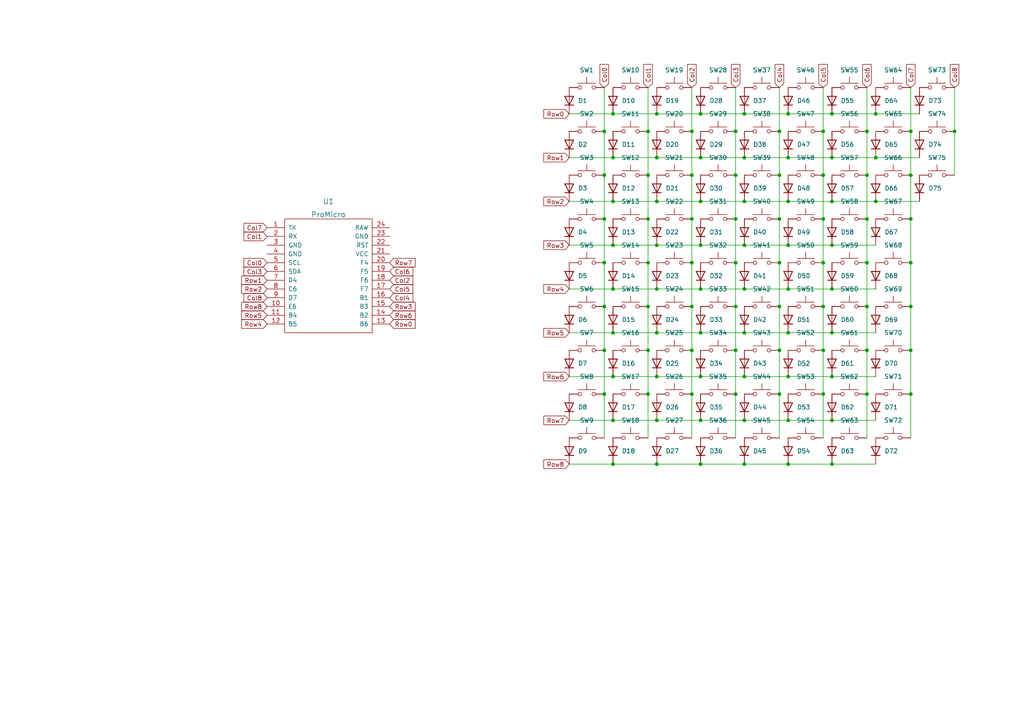
<source format=kicad_sch>
(kicad_sch (version 20211123) (generator eeschema)
  (paper "A4")
  (junction (at 228.6 121.92))
  (junction (at 228.6 134.62))
  (junction (at 226.06 76.2))
  (junction (at 238.76 101.6))
  (junction (at 276.86 38.1))
  (junction (at 203.2 33.02))
  (junction (at 200.66 114.3))
  (junction (at 215.9 121.92))
  (junction (at 238.76 76.2))
  (junction (at 215.9 33.02))
  (junction (at 215.9 83.82))
  (junction (at 213.36 38.1))
  (junction (at 187.96 50.8))
  (junction (at 215.9 134.62))
  (junction (at 238.76 114.3))
  (junction (at 175.26 88.9))
  (junction (at 203.2 134.62))
  (junction (at 226.06 50.8))
  (junction (at 203.2 96.52))
  (junction (at 190.5 83.82))
  (junction (at 251.46 114.3))
  (junction (at 190.5 121.92))
  (junction (at 254 45.72))
  (junction (at 200.66 63.5))
  (junction (at 203.2 83.82))
  (junction (at 238.76 50.8))
  (junction (at 203.2 45.72))
  (junction (at 264.16 76.2))
  (junction (at 177.8 45.72))
  (junction (at 175.26 38.1))
  (junction (at 228.6 58.42))
  (junction (at 238.76 38.1))
  (junction (at 228.6 33.02))
  (junction (at 187.96 114.3))
  (junction (at 177.8 96.52))
  (junction (at 264.16 88.9))
  (junction (at 215.9 58.42))
  (junction (at 200.66 101.6))
  (junction (at 190.5 109.22))
  (junction (at 215.9 71.12))
  (junction (at 264.16 63.5))
  (junction (at 190.5 71.12))
  (junction (at 175.26 101.6))
  (junction (at 177.8 71.12))
  (junction (at 241.3 83.82))
  (junction (at 203.2 58.42))
  (junction (at 187.96 38.1))
  (junction (at 241.3 121.92))
  (junction (at 264.16 114.3))
  (junction (at 177.8 83.82))
  (junction (at 228.6 109.22))
  (junction (at 187.96 76.2))
  (junction (at 190.5 33.02))
  (junction (at 238.76 63.5))
  (junction (at 251.46 101.6))
  (junction (at 241.3 33.02))
  (junction (at 251.46 63.5))
  (junction (at 175.26 76.2))
  (junction (at 251.46 50.8))
  (junction (at 187.96 88.9))
  (junction (at 175.26 50.8))
  (junction (at 213.36 63.5))
  (junction (at 241.3 45.72))
  (junction (at 200.66 88.9))
  (junction (at 226.06 101.6))
  (junction (at 215.9 109.22))
  (junction (at 251.46 38.1))
  (junction (at 187.96 63.5))
  (junction (at 226.06 88.9))
  (junction (at 213.36 76.2))
  (junction (at 241.3 96.52))
  (junction (at 241.3 109.22))
  (junction (at 177.8 33.02))
  (junction (at 213.36 50.8))
  (junction (at 241.3 71.12))
  (junction (at 190.5 45.72))
  (junction (at 228.6 45.72))
  (junction (at 200.66 50.8))
  (junction (at 226.06 38.1))
  (junction (at 177.8 121.92))
  (junction (at 177.8 134.62))
  (junction (at 200.66 38.1))
  (junction (at 213.36 88.9))
  (junction (at 200.66 76.2))
  (junction (at 213.36 101.6))
  (junction (at 190.5 96.52))
  (junction (at 264.16 101.6))
  (junction (at 228.6 96.52))
  (junction (at 264.16 38.1))
  (junction (at 177.8 109.22))
  (junction (at 187.96 101.6))
  (junction (at 215.9 45.72))
  (junction (at 175.26 63.5))
  (junction (at 177.8 58.42))
  (junction (at 251.46 76.2))
  (junction (at 190.5 134.62))
  (junction (at 238.76 88.9))
  (junction (at 190.5 58.42))
  (junction (at 226.06 63.5))
  (junction (at 241.3 134.62))
  (junction (at 228.6 71.12))
  (junction (at 203.2 71.12))
  (junction (at 254 58.42))
  (junction (at 203.2 109.22))
  (junction (at 203.2 121.92))
  (junction (at 264.16 50.8))
  (junction (at 241.3 58.42))
  (junction (at 254 33.02))
  (junction (at 213.36 114.3))
  (junction (at 228.6 83.82))
  (junction (at 251.46 88.9))
  (junction (at 215.9 96.52))
  (junction (at 175.26 114.3))
  (junction (at 226.06 114.3))
  (wire (pts (xy 264.16 88.9) (xy 264.16 101.6)))
  (wire (pts (xy 187.96 50.8) (xy 187.96 63.5)))
  (wire (pts (xy 187.96 114.3) (xy 187.96 127)))
  (wire (pts (xy 177.8 45.72) (xy 190.5 45.72)))
  (wire (pts (xy 213.36 101.6) (xy 213.36 114.3)))
  (wire (pts (xy 238.76 76.2) (xy 238.76 88.9)))
  (wire (pts (xy 203.2 33.02) (xy 215.9 33.02)))
  (wire (pts (xy 177.8 96.52) (xy 190.5 96.52)))
  (wire (pts (xy 241.3 134.62) (xy 254 134.62)))
  (wire (pts (xy 203.2 121.92) (xy 215.9 121.92)))
  (wire (pts (xy 165.1 33.02) (xy 177.8 33.02)))
  (wire (pts (xy 175.26 101.6) (xy 175.26 114.3)))
  (wire (pts (xy 238.76 88.9) (xy 238.76 101.6)))
  (wire (pts (xy 215.9 121.92) (xy 228.6 121.92)))
  (wire (pts (xy 228.6 45.72) (xy 241.3 45.72)))
  (wire (pts (xy 175.26 114.3) (xy 175.26 127)))
  (wire (pts (xy 215.9 45.72) (xy 228.6 45.72)))
  (wire (pts (xy 238.76 25.4) (xy 238.76 38.1)))
  (wire (pts (xy 226.06 38.1) (xy 226.06 50.8)))
  (wire (pts (xy 177.8 109.22) (xy 190.5 109.22)))
  (wire (pts (xy 200.66 76.2) (xy 200.66 88.9)))
  (wire (pts (xy 228.6 58.42) (xy 241.3 58.42)))
  (wire (pts (xy 177.8 121.92) (xy 190.5 121.92)))
  (wire (pts (xy 213.36 50.8) (xy 213.36 63.5)))
  (wire (pts (xy 276.86 38.1) (xy 276.86 50.8)))
  (wire (pts (xy 241.3 33.02) (xy 254 33.02)))
  (wire (pts (xy 165.1 58.42) (xy 177.8 58.42)))
  (wire (pts (xy 215.9 96.52) (xy 228.6 96.52)))
  (wire (pts (xy 200.66 38.1) (xy 200.66 50.8)))
  (wire (pts (xy 276.86 25.4) (xy 276.86 38.1)))
  (wire (pts (xy 264.16 25.4) (xy 264.16 38.1)))
  (wire (pts (xy 251.46 76.2) (xy 251.46 88.9)))
  (wire (pts (xy 238.76 50.8) (xy 238.76 63.5)))
  (wire (pts (xy 254 33.02) (xy 266.7 33.02)))
  (wire (pts (xy 215.9 33.02) (xy 228.6 33.02)))
  (wire (pts (xy 241.3 96.52) (xy 254 96.52)))
  (wire (pts (xy 215.9 71.12) (xy 228.6 71.12)))
  (wire (pts (xy 177.8 83.82) (xy 190.5 83.82)))
  (wire (pts (xy 190.5 121.92) (xy 203.2 121.92)))
  (wire (pts (xy 238.76 38.1) (xy 238.76 50.8)))
  (wire (pts (xy 200.66 101.6) (xy 200.66 114.3)))
  (wire (pts (xy 190.5 109.22) (xy 203.2 109.22)))
  (wire (pts (xy 187.96 76.2) (xy 187.96 88.9)))
  (wire (pts (xy 226.06 25.4) (xy 226.06 38.1)))
  (wire (pts (xy 226.06 76.2) (xy 226.06 88.9)))
  (wire (pts (xy 165.1 121.92) (xy 177.8 121.92)))
  (wire (pts (xy 228.6 71.12) (xy 241.3 71.12)))
  (wire (pts (xy 264.16 38.1) (xy 264.16 50.8)))
  (wire (pts (xy 228.6 83.82) (xy 241.3 83.82)))
  (wire (pts (xy 187.96 25.4) (xy 187.96 38.1)))
  (wire (pts (xy 187.96 63.5) (xy 187.96 76.2)))
  (wire (pts (xy 165.1 71.12) (xy 177.8 71.12)))
  (wire (pts (xy 238.76 101.6) (xy 238.76 114.3)))
  (wire (pts (xy 190.5 71.12) (xy 203.2 71.12)))
  (wire (pts (xy 200.66 88.9) (xy 200.66 101.6)))
  (wire (pts (xy 251.46 114.3) (xy 251.46 127)))
  (wire (pts (xy 241.3 71.12) (xy 254 71.12)))
  (wire (pts (xy 215.9 109.22) (xy 228.6 109.22)))
  (wire (pts (xy 190.5 45.72) (xy 203.2 45.72)))
  (wire (pts (xy 215.9 58.42) (xy 228.6 58.42)))
  (wire (pts (xy 226.06 114.3) (xy 226.06 127)))
  (wire (pts (xy 175.26 88.9) (xy 175.26 101.6)))
  (wire (pts (xy 254 45.72) (xy 266.7 45.72)))
  (wire (pts (xy 175.26 63.5) (xy 175.26 76.2)))
  (wire (pts (xy 241.3 121.92) (xy 254 121.92)))
  (wire (pts (xy 177.8 33.02) (xy 190.5 33.02)))
  (wire (pts (xy 264.16 76.2) (xy 264.16 88.9)))
  (wire (pts (xy 175.26 38.1) (xy 175.26 50.8)))
  (wire (pts (xy 251.46 88.9) (xy 251.46 101.6)))
  (wire (pts (xy 200.66 25.4) (xy 200.66 38.1)))
  (wire (pts (xy 187.96 88.9) (xy 187.96 101.6)))
  (wire (pts (xy 226.06 50.8) (xy 226.06 63.5)))
  (wire (pts (xy 165.1 134.62) (xy 177.8 134.62)))
  (wire (pts (xy 213.36 114.3) (xy 213.36 127)))
  (wire (pts (xy 215.9 134.62) (xy 228.6 134.62)))
  (wire (pts (xy 200.66 63.5) (xy 200.66 76.2)))
  (wire (pts (xy 241.3 58.42) (xy 254 58.42)))
  (wire (pts (xy 175.26 25.4) (xy 175.26 38.1)))
  (wire (pts (xy 190.5 58.42) (xy 203.2 58.42)))
  (wire (pts (xy 165.1 45.72) (xy 177.8 45.72)))
  (wire (pts (xy 241.3 45.72) (xy 254 45.72)))
  (wire (pts (xy 187.96 101.6) (xy 187.96 114.3)))
  (wire (pts (xy 215.9 83.82) (xy 228.6 83.82)))
  (wire (pts (xy 165.1 83.82) (xy 177.8 83.82)))
  (wire (pts (xy 228.6 109.22) (xy 241.3 109.22)))
  (wire (pts (xy 213.36 88.9) (xy 213.36 101.6)))
  (wire (pts (xy 226.06 63.5) (xy 226.06 76.2)))
  (wire (pts (xy 203.2 45.72) (xy 215.9 45.72)))
  (wire (pts (xy 264.16 50.8) (xy 264.16 63.5)))
  (wire (pts (xy 238.76 63.5) (xy 238.76 76.2)))
  (wire (pts (xy 203.2 134.62) (xy 215.9 134.62)))
  (wire (pts (xy 175.26 50.8) (xy 175.26 63.5)))
  (wire (pts (xy 251.46 38.1) (xy 251.46 50.8)))
  (wire (pts (xy 203.2 71.12) (xy 215.9 71.12)))
  (wire (pts (xy 228.6 134.62) (xy 241.3 134.62)))
  (wire (pts (xy 251.46 50.8) (xy 251.46 63.5)))
  (wire (pts (xy 203.2 83.82) (xy 215.9 83.82)))
  (wire (pts (xy 241.3 83.82) (xy 254 83.82)))
  (wire (pts (xy 165.1 109.22) (xy 177.8 109.22)))
  (wire (pts (xy 213.36 63.5) (xy 213.36 76.2)))
  (wire (pts (xy 200.66 114.3) (xy 200.66 127)))
  (wire (pts (xy 264.16 63.5) (xy 264.16 76.2)))
  (wire (pts (xy 190.5 33.02) (xy 203.2 33.02)))
  (wire (pts (xy 177.8 71.12) (xy 190.5 71.12)))
  (wire (pts (xy 226.06 88.9) (xy 226.06 101.6)))
  (wire (pts (xy 226.06 101.6) (xy 226.06 114.3)))
  (wire (pts (xy 254 58.42) (xy 266.7 58.42)))
  (wire (pts (xy 187.96 38.1) (xy 187.96 50.8)))
  (wire (pts (xy 190.5 83.82) (xy 203.2 83.82)))
  (wire (pts (xy 264.16 101.6) (xy 264.16 114.3)))
  (wire (pts (xy 177.8 134.62) (xy 190.5 134.62)))
  (wire (pts (xy 177.8 58.42) (xy 190.5 58.42)))
  (wire (pts (xy 203.2 109.22) (xy 215.9 109.22)))
  (wire (pts (xy 251.46 63.5) (xy 251.46 76.2)))
  (wire (pts (xy 190.5 96.52) (xy 203.2 96.52)))
  (wire (pts (xy 213.36 38.1) (xy 213.36 50.8)))
  (wire (pts (xy 264.16 114.3) (xy 264.16 127)))
  (wire (pts (xy 203.2 58.42) (xy 215.9 58.42)))
  (wire (pts (xy 228.6 33.02) (xy 241.3 33.02)))
  (wire (pts (xy 251.46 101.6) (xy 251.46 114.3)))
  (wire (pts (xy 200.66 50.8) (xy 200.66 63.5)))
  (wire (pts (xy 175.26 76.2) (xy 175.26 88.9)))
  (wire (pts (xy 190.5 134.62) (xy 203.2 134.62)))
  (wire (pts (xy 165.1 96.52) (xy 177.8 96.52)))
  (wire (pts (xy 203.2 96.52) (xy 215.9 96.52)))
  (wire (pts (xy 251.46 25.4) (xy 251.46 38.1)))
  (wire (pts (xy 228.6 121.92) (xy 241.3 121.92)))
  (wire (pts (xy 241.3 109.22) (xy 254 109.22)))
  (wire (pts (xy 213.36 25.4) (xy 213.36 38.1)))
  (wire (pts (xy 213.36 76.2) (xy 213.36 88.9)))
  (wire (pts (xy 228.6 96.52) (xy 241.3 96.52)))
  (wire (pts (xy 238.76 114.3) (xy 238.76 127)))
  (global_label "Col7" (shape input) (at 77.47 66.04 180) (property "Intersheet References" "${INTERSHEET_REFS}" (effects hide)))
  (global_label "Row4" (shape input) (at 77.47 93.98 180) (property "Intersheet References" "${INTERSHEET_REFS}" (effects hide)))
  (global_label "Row1" (shape input) (at 77.47 81.28 180) (property "Intersheet References" "${INTERSHEET_REFS}" (effects hide)))
  (global_label "Row7" (shape input) (at 165.1 121.92 180) (property "Intersheet References" "${INTERSHEET_REFS}" (effects hide)))
  (global_label "Row4" (shape input) (at 165.1 83.82 180) (property "Intersheet References" "${INTERSHEET_REFS}" (effects hide)))
  (global_label "Col2" (shape input) (at 200.66 25.4 90) (property "Intersheet References" "${INTERSHEET_REFS}" (effects hide)))
  (global_label "Row3" (shape input) (at 113.03 88.9 0) (property "Intersheet References" "${INTERSHEET_REFS}" (effects hide)))
  (global_label "Row5" (shape input) (at 165.1 96.52 180) (property "Intersheet References" "${INTERSHEET_REFS}" (effects hide)))
  (global_label "Col1" (shape input) (at 187.96 25.4 90) (property "Intersheet References" "${INTERSHEET_REFS}" (effects hide)))
  (global_label "Col5" (shape input) (at 238.76 25.4 90) (property "Intersheet References" "${INTERSHEET_REFS}" (effects hide)))
  (global_label "Col8" (shape input) (at 77.47 86.36 180) (property "Intersheet References" "${INTERSHEET_REFS}" (effects hide)))
  (global_label "Row8" (shape input) (at 77.47 88.9 180) (property "Intersheet References" "${INTERSHEET_REFS}" (effects hide)))
  (global_label "Row6" (shape input) (at 165.1 109.22 180) (property "Intersheet References" "${INTERSHEET_REFS}" (effects hide)))
  (global_label "Col1" (shape input) (at 77.47 68.58 180) (property "Intersheet References" "${INTERSHEET_REFS}" (effects hide)))
  (global_label "Col2" (shape input) (at 113.03 81.28 0) (property "Intersheet References" "${INTERSHEET_REFS}" (effects hide)))
  (global_label "Row2" (shape input) (at 165.1 58.42 180) (property "Intersheet References" "${INTERSHEET_REFS}" (effects hide)))
  (global_label "Row3" (shape input) (at 165.1 71.12 180) (property "Intersheet References" "${INTERSHEET_REFS}" (effects hide)))
  (global_label "Row8" (shape input) (at 165.1 134.62 180) (property "Intersheet References" "${INTERSHEET_REFS}" (effects hide)))
  (global_label "Col5" (shape input) (at 113.03 83.82 0) (property "Intersheet References" "${INTERSHEET_REFS}" (effects hide)))
  (global_label "Col3" (shape input) (at 213.36 25.4 90) (property "Intersheet References" "${INTERSHEET_REFS}" (effects hide)))
  (global_label "Row5" (shape input) (at 77.47 91.44 180) (property "Intersheet References" "${INTERSHEET_REFS}" (effects hide)))
  (global_label "Col4" (shape input) (at 113.03 86.36 0) (property "Intersheet References" "${INTERSHEET_REFS}" (effects hide)))
  (global_label "Col0" (shape input) (at 77.47 76.2 180) (property "Intersheet References" "${INTERSHEET_REFS}" (effects hide)))
  (global_label "Col8" (shape input) (at 276.86 25.4 90) (property "Intersheet References" "${INTERSHEET_REFS}" (effects hide)))
  (global_label "Col6" (shape input) (at 251.46 25.4 90) (property "Intersheet References" "${INTERSHEET_REFS}" (effects hide)))
  (global_label "Col6" (shape input) (at 113.03 78.74 0) (property "Intersheet References" "${INTERSHEET_REFS}" (effects hide)))
  (global_label "Col3" (shape input) (at 77.47 78.74 180) (property "Intersheet References" "${INTERSHEET_REFS}" (effects hide)))
  (global_label "Row6" (shape input) (at 113.03 91.44 0) (property "Intersheet References" "${INTERSHEET_REFS}" (effects hide)))
  (global_label "Col4" (shape input) (at 226.06 25.4 90) (property "Intersheet References" "${INTERSHEET_REFS}" (effects hide)))
  (global_label "Col7" (shape input) (at 264.16 25.4 90) (property "Intersheet References" "${INTERSHEET_REFS}" (effects hide)))
  (global_label "Row0" (shape input) (at 113.03 93.98 0) (property "Intersheet References" "${INTERSHEET_REFS}" (effects hide)))
  (global_label "Row7" (shape input) (at 113.03 76.2 0) (property "Intersheet References" "${INTERSHEET_REFS}" (effects hide)))
  (global_label "Col0" (shape input) (at 175.26 25.4 90) (property "Intersheet References" "${INTERSHEET_REFS}" (effects hide)))
  (global_label "Row1" (shape input) (at 165.1 45.72 180) (property "Intersheet References" "${INTERSHEET_REFS}" (effects hide)))
  (global_label "Row0" (shape input) (at 165.1 33.02 180) (property "Intersheet References" "${INTERSHEET_REFS}" (effects hide)))
  (global_label "Row2" (shape input) (at 77.47 83.82 180) (property "Intersheet References" "${INTERSHEET_REFS}" (effects hide)))
  (symbol (lib_id "Diode:1N4148W") (at 165.1 105.41 90) (unit 1)
    (property "Reference" "D7" (at 167.64 105.4099 90) (effects (justify right)))
    (property "Value" "1N4148W" (effects hide))
    (property "Footprint" "Diode_SMD:D_SOD-123" (effects hide))
    (property "Datasheet" "https://www.vishay.com/docs/85748/1n4148w.pdf" (effects hide))
    (property "JLC" "C81598" (effects hide))
    (property "LCSC" "C81598" (effects hide))
  )
  (symbol (lib_id "Diode:1N4148W") (at 203.2 67.31 90) (unit 1)
    (property "Reference" "D31" (at 205.74 67.3099 90) (effects (justify right)))
    (property "Value" "1N4148W" (effects hide))
    (property "Footprint" "Diode_SMD:D_SOD-123" (effects hide))
    (property "Datasheet" "https://www.vishay.com/docs/85748/1n4148w.pdf" (effects hide))
    (property "JLC" "C81598" (effects hide))
    (property "LCSC" "C81598" (effects hide))
  )
  (symbol (lib_id "Diode:1N4148W") (at 215.9 92.71 90) (unit 1)
    (property "Reference" "D42" (at 218.44 92.7099 90) (effects (justify right)))
    (property "Value" "1N4148W" (effects hide))
    (property "Footprint" "Diode_SMD:D_SOD-123" (effects hide))
    (property "Datasheet" "https://www.vishay.com/docs/85748/1n4148w.pdf" (effects hide))
    (property "JLC" "C81598" (effects hide))
    (property "LCSC" "C81598" (effects hide))
  )
  (symbol (lib_id "Switch:SW_Push") (at 271.78 50.8 0) (unit 1)
    (property "Reference" "SW75" (at 271.78 45.72 0))
    (property "Value" "SW_Push" (effects hide))
    (property "Footprint" "Keebio-Parts:MX-Alps-Choc-1U-NoLED" (effects hide))
  )
  (symbol (lib_id "Diode:1N4148W") (at 254 130.81 90) (unit 1)
    (property "Reference" "D72" (at 256.54 130.8099 90) (effects (justify right)))
    (property "Value" "1N4148W" (effects hide))
    (property "Footprint" "Diode_SMD:D_SOD-123" (effects hide))
    (property "Datasheet" "https://www.vishay.com/docs/85748/1n4148w.pdf" (effects hide))
    (property "JLC" "C81598" (effects hide))
    (property "LCSC" "C81598" (effects hide))
  )
  (symbol (lib_id "Switch:SW_Push") (at 220.98 101.6 0) (unit 1)
    (property "Reference" "SW43" (at 220.98 96.52 0))
    (property "Value" "SW_Push" (effects hide))
    (property "Footprint" "Keebio-Parts:MX-Alps-Choc-1U-NoLED" (effects hide))
  )
  (symbol (lib_id "Switch:SW_Push") (at 233.68 25.4 0) (unit 1)
    (property "Reference" "SW46" (at 233.68 20.32 0))
    (property "Value" "SW_Push" (effects hide))
    (property "Footprint" "Keebio-Parts:MX-Alps-Choc-1U-NoLED" (effects hide))
  )
  (symbol (lib_id "Diode:1N4148W") (at 215.9 130.81 90) (unit 1)
    (property "Reference" "D45" (at 218.44 130.8099 90) (effects (justify right)))
    (property "Value" "1N4148W" (effects hide))
    (property "Footprint" "Diode_SMD:D_SOD-123" (effects hide))
    (property "Datasheet" "https://www.vishay.com/docs/85748/1n4148w.pdf" (effects hide))
    (property "JLC" "C81598" (effects hide))
    (property "LCSC" "C81598" (effects hide))
  )
  (symbol (lib_id "Switch:SW_Push") (at 182.88 63.5 0) (unit 1)
    (property "Reference" "SW13" (at 182.88 58.42 0))
    (property "Value" "SW_Push" (effects hide))
    (property "Footprint" "Keebio-Parts:MX-Alps-Choc-1U-NoLED" (effects hide))
  )
  (symbol (lib_id "Diode:1N4148W") (at 165.1 118.11 90) (unit 1)
    (property "Reference" "D8" (at 167.64 118.1099 90) (effects (justify right)))
    (property "Value" "1N4148W" (effects hide))
    (property "Footprint" "Diode_SMD:D_SOD-123" (effects hide))
    (property "Datasheet" "https://www.vishay.com/docs/85748/1n4148w.pdf" (effects hide))
    (property "JLC" "C81598" (effects hide))
    (property "LCSC" "C81598" (effects hide))
  )
  (symbol (lib_id "Switch:SW_Push") (at 195.58 76.2 0) (unit 1)
    (property "Reference" "SW23" (at 195.58 71.12 0))
    (property "Value" "SW_Push" (effects hide))
    (property "Footprint" "Keebio-Parts:MX-Alps-Choc-1U-NoLED" (effects hide))
  )
  (symbol (lib_id "Switch:SW_Push") (at 208.28 25.4 0) (unit 1)
    (property "Reference" "SW28" (at 208.28 20.32 0))
    (property "Value" "SW_Push" (effects hide))
    (property "Footprint" "Keebio-Parts:MX-Alps-Choc-1U-NoLED" (effects hide))
  )
  (symbol (lib_id "Diode:1N4148W") (at 215.9 29.21 90) (unit 1)
    (property "Reference" "D37" (at 218.44 29.2099 90) (effects (justify right)))
    (property "Value" "1N4148W" (effects hide))
    (property "Footprint" "Diode_SMD:D_SOD-123" (effects hide))
    (property "Datasheet" "https://www.vishay.com/docs/85748/1n4148w.pdf" (effects hide))
    (property "JLC" "C81598" (effects hide))
    (property "LCSC" "C81598" (effects hide))
  )
  (symbol (lib_id "Diode:1N4148W") (at 177.8 54.61 90) (unit 1)
    (property "Reference" "D12" (at 180.34 54.6099 90) (effects (justify right)))
    (property "Value" "1N4148W" (effects hide))
    (property "Footprint" "Diode_SMD:D_SOD-123" (effects hide))
    (property "Datasheet" "https://www.vishay.com/docs/85748/1n4148w.pdf" (effects hide))
    (property "JLC" "C81598" (effects hide))
    (property "LCSC" "C81598" (effects hide))
  )
  (symbol (lib_id "Switch:SW_Push") (at 246.38 101.6 0) (unit 1)
    (property "Reference" "SW61" (at 246.38 96.52 0))
    (property "Value" "SW_Push" (effects hide))
    (property "Footprint" "Keebio-Parts:MX-Alps-Choc-1U-NoLED" (effects hide))
  )
  (symbol (lib_id "Diode:1N4148W") (at 228.6 130.81 90) (unit 1)
    (property "Reference" "D54" (at 231.14 130.8099 90) (effects (justify right)))
    (property "Value" "1N4148W" (effects hide))
    (property "Footprint" "Diode_SMD:D_SOD-123" (effects hide))
    (property "Datasheet" "https://www.vishay.com/docs/85748/1n4148w.pdf" (effects hide))
    (property "JLC" "C81598" (effects hide))
    (property "LCSC" "C81598" (effects hide))
  )
  (symbol (lib_id "Switch:SW_Push") (at 233.68 88.9 0) (unit 1)
    (property "Reference" "SW51" (at 233.68 83.82 0))
    (property "Value" "SW_Push" (effects hide))
    (property "Footprint" "Keebio-Parts:MX-Alps-Choc-1U-NoLED" (effects hide))
  )
  (symbol (lib_id "Switch:SW_Push") (at 259.08 50.8 0) (unit 1)
    (property "Reference" "SW66" (at 259.08 45.72 0))
    (property "Value" "SW_Push" (effects hide))
    (property "Footprint" "Keebio-Parts:MX-Alps-Choc-1U-NoLED" (effects hide))
  )
  (symbol (lib_id "Switch:SW_Push") (at 182.88 127 0) (unit 1)
    (property "Reference" "SW18" (at 182.88 121.92 0))
    (property "Value" "SW_Push" (effects hide))
    (property "Footprint" "Keebio-Parts:MX-Alps-Choc-1U-NoLED" (effects hide))
  )
  (symbol (lib_id "Diode:1N4148W") (at 241.3 105.41 90) (unit 1)
    (property "Reference" "D61" (at 243.84 105.4099 90) (effects (justify right)))
    (property "Value" "1N4148W" (effects hide))
    (property "Footprint" "Diode_SMD:D_SOD-123" (effects hide))
    (property "Datasheet" "https://www.vishay.com/docs/85748/1n4148w.pdf" (effects hide))
    (property "JLC" "C81598" (effects hide))
    (property "LCSC" "C81598" (effects hide))
  )
  (symbol (lib_id "Switch:SW_Push") (at 208.28 88.9 0) (unit 1)
    (property "Reference" "SW33" (at 208.28 83.82 0))
    (property "Value" "SW_Push" (effects hide))
    (property "Footprint" "Keebio-Parts:MX-Alps-Choc-1U-NoLED" (effects hide))
  )
  (symbol (lib_id "Switch:SW_Push") (at 195.58 88.9 0) (unit 1)
    (property "Reference" "SW24" (at 195.58 83.82 0))
    (property "Value" "SW_Push" (effects hide))
    (property "Footprint" "Keebio-Parts:MX-Alps-Choc-1U-NoLED" (effects hide))
  )
  (symbol (lib_id "Diode:1N4148W") (at 203.2 54.61 90) (unit 1)
    (property "Reference" "D30" (at 205.74 54.6099 90) (effects (justify right)))
    (property "Value" "1N4148W" (effects hide))
    (property "Footprint" "Diode_SMD:D_SOD-123" (effects hide))
    (property "Datasheet" "https://www.vishay.com/docs/85748/1n4148w.pdf" (effects hide))
    (property "JLC" "C81598" (effects hide))
    (property "LCSC" "C81598" (effects hide))
  )
  (symbol (lib_id "Diode:1N4148W") (at 241.3 67.31 90) (unit 1)
    (property "Reference" "D58" (at 243.84 67.3099 90) (effects (justify right)))
    (property "Value" "1N4148W" (effects hide))
    (property "Footprint" "Diode_SMD:D_SOD-123" (effects hide))
    (property "Datasheet" "https://www.vishay.com/docs/85748/1n4148w.pdf" (effects hide))
    (property "JLC" "C81598" (effects hide))
    (property "LCSC" "C81598" (effects hide))
  )
  (symbol (lib_id "Switch:SW_Push") (at 233.68 127 0) (unit 1)
    (property "Reference" "SW54" (at 233.68 121.92 0))
    (property "Value" "SW_Push" (effects hide))
    (property "Footprint" "Keebio-Parts:MX-Alps-Choc-1U-NoLED" (effects hide))
  )
  (symbol (lib_id "Diode:1N4148W") (at 228.6 29.21 90) (unit 1)
    (property "Reference" "D46" (at 231.14 29.2099 90) (effects (justify right)))
    (property "Value" "1N4148W" (effects hide))
    (property "Footprint" "Diode_SMD:D_SOD-123" (effects hide))
    (property "Datasheet" "https://www.vishay.com/docs/85748/1n4148w.pdf" (effects hide))
    (property "JLC" "C81598" (effects hide))
    (property "LCSC" "C81598" (effects hide))
  )
  (symbol (lib_id "Diode:1N4148W") (at 266.7 29.21 90) (unit 1)
    (property "Reference" "D73" (at 269.24 29.2099 90) (effects (justify right)))
    (property "Value" "1N4148W" (effects hide))
    (property "Footprint" "Diode_SMD:D_SOD-123" (effects hide))
    (property "Datasheet" "https://www.vishay.com/docs/85748/1n4148w.pdf" (effects hide))
    (property "JLC" "C81598" (effects hide))
    (property "LCSC" "C81598" (effects hide))
  )
  (symbol (lib_id "Diode:1N4148W") (at 203.2 80.01 90) (unit 1)
    (property "Reference" "D32" (at 205.74 80.0099 90) (effects (justify right)))
    (property "Value" "1N4148W" (effects hide))
    (property "Footprint" "Diode_SMD:D_SOD-123" (effects hide))
    (property "Datasheet" "https://www.vishay.com/docs/85748/1n4148w.pdf" (effects hide))
    (property "JLC" "C81598" (effects hide))
    (property "LCSC" "C81598" (effects hide))
  )
  (symbol (lib_id "Switch:SW_Push") (at 170.18 63.5 0) (unit 1)
    (property "Reference" "SW4" (at 170.18 58.42 0))
    (property "Value" "SW_Push" (effects hide))
    (property "Footprint" "Keebio-Parts:MX-Alps-Choc-1U-NoLED" (effects hide))
  )
  (symbol (lib_id "Diode:1N4148W") (at 177.8 130.81 90) (unit 1)
    (property "Reference" "D18" (at 180.34 130.8099 90) (effects (justify right)))
    (property "Value" "1N4148W" (effects hide))
    (property "Footprint" "Diode_SMD:D_SOD-123" (effects hide))
    (property "Datasheet" "https://www.vishay.com/docs/85748/1n4148w.pdf" (effects hide))
    (property "JLC" "C81598" (effects hide))
    (property "LCSC" "C81598" (effects hide))
  )
  (symbol (lib_id "Diode:1N4148W") (at 190.5 54.61 90) (unit 1)
    (property "Reference" "D21" (at 193.04 54.6099 90) (effects (justify right)))
    (property "Value" "1N4148W" (effects hide))
    (property "Footprint" "Diode_SMD:D_SOD-123" (effects hide))
    (property "Datasheet" "https://www.vishay.com/docs/85748/1n4148w.pdf" (effects hide))
    (property "JLC" "C81598" (effects hide))
    (property "LCSC" "C81598" (effects hide))
  )
  (symbol (lib_id "Switch:SW_Push") (at 208.28 38.1 0) (unit 1)
    (property "Reference" "SW29" (at 208.28 33.02 0))
    (property "Value" "SW_Push" (effects hide))
    (property "Footprint" "Keebio-Parts:MX-Alps-Choc-1U-NoLED" (effects hide))
  )
  (symbol (lib_id "Switch:SW_Push") (at 170.18 88.9 0) (unit 1)
    (property "Reference" "SW6" (at 170.18 83.82 0))
    (property "Value" "SW_Push" (effects hide))
    (property "Footprint" "Keebio-Parts:MX-Alps-Choc-1U-NoLED" (effects hide))
  )
  (symbol (lib_id "Diode:1N4148W") (at 165.1 29.21 90) (unit 1)
    (property "Reference" "D1" (at 167.64 29.2099 90) (effects (justify right)))
    (property "Value" "1N4148W" (effects hide))
    (property "Footprint" "Diode_SMD:D_SOD-123" (effects hide))
    (property "Datasheet" "https://www.vishay.com/docs/85748/1n4148w.pdf" (effects hide))
    (property "JLC" "C81598" (effects hide))
    (property "LCSC" "C81598" (effects hide))
  )
  (symbol (lib_id "Diode:1N4148W") (at 165.1 54.61 90) (unit 1)
    (property "Reference" "D3" (at 167.64 54.6099 90) (effects (justify right)))
    (property "Value" "1N4148W" (effects hide))
    (property "Footprint" "Diode_SMD:D_SOD-123" (effects hide))
    (property "Datasheet" "https://www.vishay.com/docs/85748/1n4148w.pdf" (effects hide))
    (property "JLC" "C81598" (effects hide))
    (property "LCSC" "C81598" (effects hide))
  )
  (symbol (lib_id "Diode:1N4148W") (at 190.5 92.71 90) (unit 1)
    (property "Reference" "D24" (at 193.04 92.7099 90) (effects (justify right)))
    (property "Value" "1N4148W" (effects hide))
    (property "Footprint" "Diode_SMD:D_SOD-123" (effects hide))
    (property "Datasheet" "https://www.vishay.com/docs/85748/1n4148w.pdf" (effects hide))
    (property "JLC" "C81598" (effects hide))
    (property "LCSC" "C81598" (effects hide))
  )
  (symbol (lib_id "Switch:SW_Push") (at 246.38 38.1 0) (unit 1)
    (property "Reference" "SW56" (at 246.38 33.02 0))
    (property "Value" "SW_Push" (effects hide))
    (property "Footprint" "Keebio-Parts:MX-Alps-Choc-1U-NoLED" (effects hide))
  )
  (symbol (lib_id "Diode:1N4148W") (at 254 29.21 90) (unit 1)
    (property "Reference" "D64" (at 256.54 29.2099 90) (effects (justify right)))
    (property "Value" "1N4148W" (effects hide))
    (property "Footprint" "Diode_SMD:D_SOD-123" (effects hide))
    (property "Datasheet" "https://www.vishay.com/docs/85748/1n4148w.pdf" (effects hide))
    (property "JLC" "C81598" (effects hide))
    (property "LCSC" "C81598" (effects hide))
  )
  (symbol (lib_id "Switch:SW_Push") (at 220.98 76.2 0) (unit 1)
    (property "Reference" "SW41" (at 220.98 71.12 0))
    (property "Value" "SW_Push" (effects hide))
    (property "Footprint" "Keebio-Parts:MX-Alps-Choc-1U-NoLED" (effects hide))
  )
  (symbol (lib_id "Switch:SW_Push") (at 220.98 25.4 0) (unit 1)
    (property "Reference" "SW37" (at 220.98 20.32 0))
    (property "Value" "SW_Push" (effects hide))
    (property "Footprint" "Keebio-Parts:MX-Alps-Choc-1U-NoLED" (effects hide))
  )
  (symbol (lib_id "Diode:1N4148W") (at 215.9 54.61 90) (unit 1)
    (property "Reference" "D39" (at 218.44 54.6099 90) (effects (justify right)))
    (property "Value" "1N4148W" (effects hide))
    (property "Footprint" "Diode_SMD:D_SOD-123" (effects hide))
    (property "Datasheet" "https://www.vishay.com/docs/85748/1n4148w.pdf" (effects hide))
    (property "JLC" "C81598" (effects hide))
    (property "LCSC" "C81598" (effects hide))
  )
  (symbol (lib_id "Diode:1N4148W") (at 241.3 54.61 90) (unit 1)
    (property "Reference" "D57" (at 243.84 54.6099 90) (effects (justify right)))
    (property "Value" "1N4148W" (effects hide))
    (property "Footprint" "Diode_SMD:D_SOD-123" (effects hide))
    (property "Datasheet" "https://www.vishay.com/docs/85748/1n4148w.pdf" (effects hide))
    (property "JLC" "C81598" (effects hide))
    (property "LCSC" "C81598" (effects hide))
  )
  (symbol (lib_id "Diode:1N4148W") (at 241.3 41.91 90) (unit 1)
    (property "Reference" "D56" (at 243.84 41.9099 90) (effects (justify right)))
    (property "Value" "1N4148W" (effects hide))
    (property "Footprint" "Diode_SMD:D_SOD-123" (effects hide))
    (property "Datasheet" "https://www.vishay.com/docs/85748/1n4148w.pdf" (effects hide))
    (property "JLC" "C81598" (effects hide))
    (property "LCSC" "C81598" (effects hide))
  )
  (symbol (lib_id "Switch:SW_Push") (at 246.38 76.2 0) (unit 1)
    (property "Reference" "SW59" (at 246.38 71.12 0))
    (property "Value" "SW_Push" (effects hide))
    (property "Footprint" "Keebio-Parts:MX-Alps-Choc-1U-NoLED" (effects hide))
  )
  (symbol (lib_id "Switch:SW_Push") (at 220.98 38.1 0) (unit 1)
    (property "Reference" "SW38" (at 220.98 33.02 0))
    (property "Value" "SW_Push" (effects hide))
    (property "Footprint" "Keebio-Parts:MX-Alps-Choc-1U-NoLED" (effects hide))
  )
  (symbol (lib_id "Diode:1N4148W") (at 177.8 80.01 90) (unit 1)
    (property "Reference" "D14" (at 180.34 80.0099 90) (effects (justify right)))
    (property "Value" "1N4148W" (effects hide))
    (property "Footprint" "Diode_SMD:D_SOD-123" (effects hide))
    (property "Datasheet" "https://www.vishay.com/docs/85748/1n4148w.pdf" (effects hide))
    (property "JLC" "C81598" (effects hide))
    (property "LCSC" "C81598" (effects hide))
  )
  (symbol (lib_id "Diode:1N4148W") (at 190.5 105.41 90) (unit 1)
    (property "Reference" "D25" (at 193.04 105.4099 90) (effects (justify right)))
    (property "Value" "1N4148W" (effects hide))
    (property "Footprint" "Diode_SMD:D_SOD-123" (effects hide))
    (property "Datasheet" "https://www.vishay.com/docs/85748/1n4148w.pdf" (effects hide))
    (property "JLC" "C81598" (effects hide))
    (property "LCSC" "C81598" (effects hide))
  )
  (symbol (lib_id "Diode:1N4148W") (at 177.8 41.91 90) (unit 1)
    (property "Reference" "D11" (at 180.34 41.9099 90) (effects (justify right)))
    (property "Value" "1N4148W" (effects hide))
    (property "Footprint" "Diode_SMD:D_SOD-123" (effects hide))
    (property "Datasheet" "https://www.vishay.com/docs/85748/1n4148w.pdf" (effects hide))
    (property "JLC" "C81598" (effects hide))
    (property "LCSC" "C81598" (effects hide))
  )
  (symbol (lib_id "Switch:SW_Push") (at 170.18 101.6 0) (unit 1)
    (property "Reference" "SW7" (at 170.18 96.52 0))
    (property "Value" "SW_Push" (effects hide))
    (property "Footprint" "Keebio-Parts:MX-Alps-Choc-1U-NoLED" (effects hide))
  )
  (symbol (lib_id "Switch:SW_Push") (at 259.08 101.6 0) (unit 1)
    (property "Reference" "SW70" (at 259.08 96.52 0))
    (property "Value" "SW_Push" (effects hide))
    (property "Footprint" "Keebio-Parts:MX-Alps-Choc-1U-NoLED" (effects hide))
  )
  (symbol (lib_id "Switch:SW_Push") (at 259.08 114.3 0) (unit 1)
    (property "Reference" "SW71" (at 259.08 109.22 0))
    (property "Value" "SW_Push" (effects hide))
    (property "Footprint" "Keebio-Parts:MX-Alps-Choc-1U-NoLED" (effects hide))
  )
  (symbol (lib_id "Diode:1N4148W") (at 190.5 80.01 90) (unit 1)
    (property "Reference" "D23" (at 193.04 80.0099 90) (effects (justify right)))
    (property "Value" "1N4148W" (effects hide))
    (property "Footprint" "Diode_SMD:D_SOD-123" (effects hide))
    (property "Datasheet" "https://www.vishay.com/docs/85748/1n4148w.pdf" (effects hide))
    (property "JLC" "C81598" (effects hide))
    (property "LCSC" "C81598" (effects hide))
  )
  (symbol (lib_id "Switch:SW_Push") (at 195.58 38.1 0) (unit 1)
    (property "Reference" "SW20" (at 195.58 33.02 0))
    (property "Value" "SW_Push" (effects hide))
    (property "Footprint" "Keebio-Parts:MX-Alps-Choc-1U-NoLED" (effects hide))
  )
  (symbol (lib_id "Diode:1N4148W") (at 203.2 118.11 90) (unit 1)
    (property "Reference" "D35" (at 205.74 118.1099 90) (effects (justify right)))
    (property "Value" "1N4148W" (effects hide))
    (property "Footprint" "Diode_SMD:D_SOD-123" (effects hide))
    (property "Datasheet" "https://www.vishay.com/docs/85748/1n4148w.pdf" (effects hide))
    (property "JLC" "C81598" (effects hide))
    (property "LCSC" "C81598" (effects hide))
  )
  (symbol (lib_id "Diode:1N4148W") (at 254 118.11 90) (unit 1)
    (property "Reference" "D71" (at 256.54 118.1099 90) (effects (justify right)))
    (property "Value" "1N4148W" (effects hide))
    (property "Footprint" "Diode_SMD:D_SOD-123" (effects hide))
    (property "Datasheet" "https://www.vishay.com/docs/85748/1n4148w.pdf" (effects hide))
    (property "JLC" "C81598" (effects hide))
    (property "LCSC" "C81598" (effects hide))
  )
  (symbol (lib_id "Diode:1N4148W") (at 165.1 130.81 90) (unit 1)
    (property "Reference" "D9" (at 167.64 130.8099 90) (effects (justify right)))
    (property "Value" "1N4148W" (effects hide))
    (property "Footprint" "Diode_SMD:D_SOD-123" (effects hide))
    (property "Datasheet" "https://www.vishay.com/docs/85748/1n4148w.pdf" (effects hide))
    (property "JLC" "C81598" (effects hide))
    (property "LCSC" "C81598" (effects hide))
  )
  (symbol (lib_id "Diode:1N4148W") (at 190.5 130.81 90) (unit 1)
    (property "Reference" "D27" (at 193.04 130.8099 90) (effects (justify right)))
    (property "Value" "1N4148W" (effects hide))
    (property "Footprint" "Diode_SMD:D_SOD-123" (effects hide))
    (property "Datasheet" "https://www.vishay.com/docs/85748/1n4148w.pdf" (effects hide))
    (property "JLC" "C81598" (effects hide))
    (property "LCSC" "C81598" (effects hide))
  )
  (symbol (lib_id "Switch:SW_Push") (at 208.28 76.2 0) (unit 1)
    (property "Reference" "SW32" (at 208.28 71.12 0))
    (property "Value" "SW_Push" (effects hide))
    (property "Footprint" "Keebio-Parts:MX-Alps-Choc-1U-NoLED" (effects hide))
  )
  (symbol (lib_id "Switch:SW_Push") (at 170.18 76.2 0) (unit 1)
    (property "Reference" "SW5" (at 170.18 71.12 0))
    (property "Value" "SW_Push" (effects hide))
    (property "Footprint" "Keebio-Parts:MX-Alps-Choc-1U-NoLED" (effects hide))
  )
  (symbol (lib_id "Switch:SW_Push") (at 246.38 127 0) (unit 1)
    (property "Reference" "SW63" (at 246.38 121.92 0))
    (property "Value" "SW_Push" (effects hide))
    (property "Footprint" "Keebio-Parts:MX-Alps-Choc-1U-NoLED" (effects hide))
  )
  (symbol (lib_id "Switch:SW_Push") (at 220.98 63.5 0) (unit 1)
    (property "Reference" "SW40" (at 220.98 58.42 0))
    (property "Value" "SW_Push" (effects hide))
    (property "Footprint" "Keebio-Parts:MX-Alps-Choc-1U-NoLED" (effects hide))
  )
  (symbol (lib_id "Switch:SW_Push") (at 246.38 114.3 0) (unit 1)
    (property "Reference" "SW62" (at 246.38 109.22 0))
    (property "Value" "SW_Push" (effects hide))
    (property "Footprint" "Keebio-Parts:MX-Alps-Choc-1U-NoLED" (effects hide))
  )
  (symbol (lib_id "Switch:SW_Push") (at 182.88 76.2 0) (unit 1)
    (property "Reference" "SW14" (at 182.88 71.12 0))
    (property "Value" "SW_Push" (effects hide))
    (property "Footprint" "Keebio-Parts:MX-Alps-Choc-1U-NoLED" (effects hide))
  )
  (symbol (lib_id "Diode:1N4148W") (at 228.6 67.31 90) (unit 1)
    (property "Reference" "D49" (at 231.14 67.3099 90) (effects (justify right)))
    (property "Value" "1N4148W" (effects hide))
    (property "Footprint" "Diode_SMD:D_SOD-123" (effects hide))
    (property "Datasheet" "https://www.vishay.com/docs/85748/1n4148w.pdf" (effects hide))
    (property "JLC" "C81598" (effects hide))
    (property "LCSC" "C81598" (effects hide))
  )
  (symbol (lib_id "Switch:SW_Push") (at 233.68 63.5 0) (unit 1)
    (property "Reference" "SW49" (at 233.68 58.42 0))
    (property "Value" "SW_Push" (effects hide))
    (property "Footprint" "Keebio-Parts:MX-Alps-Choc-1U-NoLED" (effects hide))
  )
  (symbol (lib_id "Switch:SW_Push") (at 182.88 114.3 0) (unit 1)
    (property "Reference" "SW17" (at 182.88 109.22 0))
    (property "Value" "SW_Push" (effects hide))
    (property "Footprint" "Keebio-Parts:MX-Alps-Choc-1U-NoLED" (effects hide))
  )
  (symbol (lib_id "Diode:1N4148W") (at 215.9 105.41 90) (unit 1)
    (property "Reference" "D43" (at 218.44 105.4099 90) (effects (justify right)))
    (property "Value" "1N4148W" (effects hide))
    (property "Footprint" "Diode_SMD:D_SOD-123" (effects hide))
    (property "Datasheet" "https://www.vishay.com/docs/85748/1n4148w.pdf" (effects hide))
    (property "JLC" "C81598" (effects hide))
    (property "LCSC" "C81598" (effects hide))
  )
  (symbol (lib_id "Diode:1N4148W") (at 165.1 67.31 90) (unit 1)
    (property "Reference" "D4" (at 167.64 67.3099 90) (effects (justify right)))
    (property "Value" "1N4148W" (effects hide))
    (property "Footprint" "Diode_SMD:D_SOD-123" (effects hide))
    (property "Datasheet" "https://www.vishay.com/docs/85748/1n4148w.pdf" (effects hide))
    (property "JLC" "C81598" (effects hide))
    (property "LCSC" "C81598" (effects hide))
  )
  (symbol (lib_id "Switch:SW_Push") (at 170.18 127 0) (unit 1)
    (property "Reference" "SW9" (at 170.18 121.92 0))
    (property "Value" "SW_Push" (effects hide))
    (property "Footprint" "Keebio-Parts:MX-Alps-Choc-1U-NoLED" (effects hide))
  )
  (symbol (lib_id "Diode:1N4148W") (at 254 41.91 90) (unit 1)
    (property "Reference" "D65" (at 256.54 41.9099 90) (effects (justify right)))
    (property "Value" "1N4148W" (effects hide))
    (property "Footprint" "Diode_SMD:D_SOD-123" (effects hide))
    (property "Datasheet" "https://www.vishay.com/docs/85748/1n4148w.pdf" (effects hide))
    (property "JLC" "C81598" (effects hide))
    (property "LCSC" "C81598" (effects hide))
  )
  (symbol (lib_id "Switch:SW_Push") (at 195.58 114.3 0) (unit 1)
    (property "Reference" "SW26" (at 195.58 109.22 0))
    (property "Value" "SW_Push" (effects hide))
    (property "Footprint" "Keebio-Parts:MX-Alps-Choc-1U-NoLED" (effects hide))
  )
  (symbol (lib_id "Diode:1N4148W") (at 228.6 92.71 90) (unit 1)
    (property "Reference" "D51" (at 231.14 92.7099 90) (effects (justify right)))
    (property "Value" "1N4148W" (effects hide))
    (property "Footprint" "Diode_SMD:D_SOD-123" (effects hide))
    (property "Datasheet" "https://www.vishay.com/docs/85748/1n4148w.pdf" (effects hide))
    (property "JLC" "C81598" (effects hide))
    (property "LCSC" "C81598" (effects hide))
  )
  (symbol (lib_id "Diode:1N4148W") (at 177.8 67.31 90) (unit 1)
    (property "Reference" "D13" (at 180.34 67.3099 90) (effects (justify right)))
    (property "Value" "1N4148W" (effects hide))
    (property "Footprint" "Diode_SMD:D_SOD-123" (effects hide))
    (property "Datasheet" "https://www.vishay.com/docs/85748/1n4148w.pdf" (effects hide))
    (property "JLC" "C81598" (effects hide))
    (property "LCSC" "C81598" (effects hide))
  )
  (symbol (lib_id "Diode:1N4148W") (at 254 67.31 90) (unit 1)
    (property "Reference" "D67" (at 256.54 67.3099 90) (effects (justify right)))
    (property "Value" "1N4148W" (effects hide))
    (property "Footprint" "Diode_SMD:D_SOD-123" (effects hide))
    (property "Datasheet" "https://www.vishay.com/docs/85748/1n4148w.pdf" (effects hide))
    (property "JLC" "C81598" (effects hide))
    (property "LCSC" "C81598" (effects hide))
  )
  (symbol (lib_id "Switch:SW_Push") (at 271.78 25.4 0) (unit 1)
    (property "Reference" "SW73" (at 271.78 20.32 0))
    (property "Value" "SW_Push" (effects hide))
    (property "Footprint" "Keebio-Parts:MX-Alps-Choc-1U-NoLED" (effects hide))
  )
  (symbol (lib_id "Diode:1N4148W") (at 241.3 92.71 90) (unit 1)
    (property "Reference" "D60" (at 243.84 92.7099 90) (effects (justify right)))
    (property "Value" "1N4148W" (effects hide))
    (property "Footprint" "Diode_SMD:D_SOD-123" (effects hide))
    (property "Datasheet" "https://www.vishay.com/docs/85748/1n4148w.pdf" (effects hide))
    (property "JLC" "C81598" (effects hide))
    (property "LCSC" "C81598" (effects hide))
  )
  (symbol (lib_id "Diode:1N4148W") (at 215.9 41.91 90) (unit 1)
    (property "Reference" "D38" (at 218.44 41.9099 90) (effects (justify right)))
    (property "Value" "1N4148W" (effects hide))
    (property "Footprint" "Diode_SMD:D_SOD-123" (effects hide))
    (property "Datasheet" "https://www.vishay.com/docs/85748/1n4148w.pdf" (effects hide))
    (property "JLC" "C81598" (effects hide))
    (property "LCSC" "C81598" (effects hide))
  )
  (symbol (lib_id "Diode:1N4148W") (at 241.3 118.11 90) (unit 1)
    (property "Reference" "D62" (at 243.84 118.1099 90) (effects (justify right)))
    (property "Value" "1N4148W" (effects hide))
    (property "Footprint" "Diode_SMD:D_SOD-123" (effects hide))
    (property "Datasheet" "https://www.vishay.com/docs/85748/1n4148w.pdf" (effects hide))
    (property "JLC" "C81598" (effects hide))
    (property "LCSC" "C81598" (effects hide))
  )
  (symbol (lib_id "Switch:SW_Push") (at 195.58 25.4 0) (unit 1)
    (property "Reference" "SW19" (at 195.58 20.32 0))
    (property "Value" "SW_Push" (effects hide))
    (property "Footprint" "Keebio-Parts:MX-Alps-Choc-1U-NoLED" (effects hide))
  )
  (symbol (lib_id "Diode:1N4148W") (at 228.6 41.91 90) (unit 1)
    (property "Reference" "D47" (at 231.14 41.9099 90) (effects (justify right)))
    (property "Value" "1N4148W" (effects hide))
    (property "Footprint" "Diode_SMD:D_SOD-123" (effects hide))
    (property "Datasheet" "https://www.vishay.com/docs/85748/1n4148w.pdf" (effects hide))
    (property "JLC" "C81598" (effects hide))
    (property "LCSC" "C81598" (effects hide))
  )
  (symbol (lib_id "Switch:SW_Push") (at 259.08 127 0) (unit 1)
    (property "Reference" "SW72" (at 259.08 121.92 0))
    (property "Value" "SW_Push" (effects hide))
    (property "Footprint" "Keebio-Parts:MX-Alps-Choc-1U-NoLED" (effects hide))
  )
  (symbol (lib_id "Switch:SW_Push") (at 233.68 38.1 0) (unit 1)
    (property "Reference" "SW47" (at 233.68 33.02 0))
    (property "Value" "SW_Push" (effects hide))
    (property "Footprint" "Keebio-Parts:MX-Alps-Choc-1U-NoLED" (effects hide))
  )
  (symbol (lib_id "Diode:1N4148W") (at 254 80.01 90) (unit 1)
    (property "Reference" "D68" (at 256.54 80.0099 90) (effects (justify right)))
    (property "Value" "1N4148W" (effects hide))
    (property "Footprint" "Diode_SMD:D_SOD-123" (effects hide))
    (property "Datasheet" "https://www.vishay.com/docs/85748/1n4148w.pdf" (effects hide))
    (property "JLC" "C81598" (effects hide))
    (property "LCSC" "C81598" (effects hide))
  )
  (symbol (lib_id "Diode:1N4148W") (at 177.8 92.71 90) (unit 1)
    (property "Reference" "D15" (at 180.34 92.7099 90) (effects (justify right)))
    (property "Value" "1N4148W" (effects hide))
    (property "Footprint" "Diode_SMD:D_SOD-123" (effects hide))
    (property "Datasheet" "https://www.vishay.com/docs/85748/1n4148w.pdf" (effects hide))
    (property "JLC" "C81598" (effects hide))
    (property "LCSC" "C81598" (effects hide))
  )
  (symbol (lib_id "Switch:SW_Push") (at 220.98 127 0) (unit 1)
    (property "Reference" "SW45" (at 220.98 121.92 0))
    (property "Value" "SW_Push" (effects hide))
    (property "Footprint" "Keebio-Parts:MX-Alps-Choc-1U-NoLED" (effects hide))
  )
  (symbol (lib_id "Switch:SW_Push") (at 170.18 50.8 0) (unit 1)
    (property "Reference" "SW3" (at 170.18 45.72 0))
    (property "Value" "SW_Push" (effects hide))
    (property "Footprint" "Keebio-Parts:MX-Alps-Choc-1U-NoLED" (effects hide))
  )
  (symbol (lib_id "Switch:SW_Push") (at 182.88 50.8 0) (unit 1)
    (property "Reference" "SW12" (at 182.88 45.72 0))
    (property "Value" "SW_Push" (effects hide))
    (property "Footprint" "Keebio-Parts:MX-Alps-Choc-1U-NoLED" (effects hide))
  )
  (symbol (lib_id "Switch:SW_Push") (at 271.78 38.1 0) (unit 1)
    (property "Reference" "SW74" (at 271.78 33.02 0))
    (property "Value" "SW_Push" (effects hide))
    (property "Footprint" "Keebio-Parts:MX-Alps-Choc-1U-NoLED" (effects hide))
  )
  (symbol (lib_id "Switch:SW_Push") (at 170.18 38.1 0) (unit 1)
    (property "Reference" "SW2" (at 170.18 33.02 0))
    (property "Value" "SW_Push" (effects hide))
    (property "Footprint" "Keebio-Parts:MX-Alps-Choc-1U-NoLED" (effects hide))
  )
  (symbol (lib_id "Switch:SW_Push") (at 170.18 114.3 0) (unit 1)
    (property "Reference" "SW8" (at 170.18 109.22 0))
    (property "Value" "SW_Push" (effects hide))
    (property "Footprint" "Keebio-Parts:MX-Alps-Choc-1U-NoLED" (effects hide))
  )
  (symbol (lib_id "Diode:1N4148W") (at 215.9 80.01 90) (unit 1)
    (property "Reference" "D41" (at 218.44 80.0099 90) (effects (justify right)))
    (property "Value" "1N4148W" (effects hide))
    (property "Footprint" "Diode_SMD:D_SOD-123" (effects hide))
    (property "Datasheet" "https://www.vishay.com/docs/85748/1n4148w.pdf" (effects hide))
    (property "JLC" "C81598" (effects hide))
    (property "LCSC" "C81598" (effects hide))
  )
  (symbol (lib_id "Diode:1N4148W") (at 254 54.61 90) (unit 1)
    (property "Reference" "D66" (at 256.54 54.6099 90) (effects (justify right)))
    (property "Value" "1N4148W" (effects hide))
    (property "Footprint" "Diode_SMD:D_SOD-123" (effects hide))
    (property "Datasheet" "https://www.vishay.com/docs/85748/1n4148w.pdf" (effects hide))
    (property "JLC" "C81598" (effects hide))
    (property "LCSC" "C81598" (effects hide))
  )
  (symbol (lib_id "Switch:SW_Push") (at 233.68 50.8 0) (unit 1)
    (property "Reference" "SW48" (at 233.68 45.72 0))
    (property "Value" "SW_Push" (effects hide))
    (property "Footprint" "Keebio-Parts:MX-Alps-Choc-1U-NoLED" (effects hide))
  )
  (symbol (lib_id "Switch:SW_Push") (at 233.68 76.2 0) (unit 1)
    (property "Reference" "SW50" (at 233.68 71.12 0))
    (property "Value" "SW_Push" (effects hide))
    (property "Footprint" "Keebio-Parts:MX-Alps-Choc-1U-NoLED" (effects hide))
  )
  (symbol (lib_id "Switch:SW_Push") (at 170.18 25.4 0) (unit 1)
    (property "Reference" "SW1" (at 170.18 20.32 0))
    (property "Value" "SW_Push" (effects hide))
    (property "Footprint" "Keebio-Parts:MX-Alps-Choc-1U-NoLED" (effects hide))
  )
  (symbol (lib_id "Switch:SW_Push") (at 195.58 50.8 0) (unit 1)
    (property "Reference" "SW21" (at 195.58 45.72 0))
    (property "Value" "SW_Push" (effects hide))
    (property "Footprint" "Keebio-Parts:MX-Alps-Choc-1U-NoLED" (effects hide))
  )
  (symbol (lib_id "Diode:1N4148W") (at 165.1 80.01 90) (unit 1)
    (property "Reference" "D5" (at 167.64 80.0099 90) (effects (justify right)))
    (property "Value" "1N4148W" (effects hide))
    (property "Footprint" "Diode_SMD:D_SOD-123" (effects hide))
    (property "Datasheet" "https://www.vishay.com/docs/85748/1n4148w.pdf" (effects hide))
    (property "JLC" "C81598" (effects hide))
    (property "LCSC" "C81598" (effects hide))
  )
  (symbol (lib_id "Switch:SW_Push") (at 208.28 127 0) (unit 1)
    (property "Reference" "SW36" (at 208.28 121.92 0))
    (property "Value" "SW_Push" (effects hide))
    (property "Footprint" "Keebio-Parts:MX-Alps-Choc-1U-NoLED" (effects hide))
  )
  (symbol (lib_id "Switch:SW_Push") (at 259.08 25.4 0) (unit 1)
    (property "Reference" "SW64" (at 259.08 20.32 0))
    (property "Value" "SW_Push" (effects hide))
    (property "Footprint" "Keebio-Parts:MX-Alps-Choc-1U-NoLED" (effects hide))
  )
  (symbol (lib_id "Diode:1N4148W") (at 241.3 29.21 90) (unit 1)
    (property "Reference" "D55" (at 243.84 29.2099 90) (effects (justify right)))
    (property "Value" "1N4148W" (effects hide))
    (property "Footprint" "Diode_SMD:D_SOD-123" (effects hide))
    (property "Datasheet" "https://www.vishay.com/docs/85748/1n4148w.pdf" (effects hide))
    (property "JLC" "C81598" (effects hide))
    (property "LCSC" "C81598" (effects hide))
  )
  (symbol (lib_id "Switch:SW_Push") (at 259.08 38.1 0) (unit 1)
    (property "Reference" "SW65" (at 259.08 33.02 0))
    (property "Value" "SW_Push" (effects hide))
    (property "Footprint" "Keebio-Parts:MX-Alps-Choc-1U-NoLED" (effects hide))
  )
  (symbol (lib_id "Switch:SW_Push") (at 259.08 63.5 0) (unit 1)
    (property "Reference" "SW67" (at 259.08 58.42 0))
    (property "Value" "SW_Push" (effects hide))
    (property "Footprint" "Keebio-Parts:MX-Alps-Choc-1U-NoLED" (effects hide))
  )
  (symbol (lib_id "Diode:1N4148W") (at 203.2 130.81 90) (unit 1)
    (property "Reference" "D36" (at 205.74 130.8099 90) (effects (justify right)))
    (property "Value" "1N4148W" (effects hide))
    (property "Footprint" "Diode_SMD:D_SOD-123" (effects hide))
    (property "Datasheet" "https://www.vishay.com/docs/85748/1n4148w.pdf" (effects hide))
    (property "JLC" "C81598" (effects hide))
    (property "LCSC" "C81598" (effects hide))
  )
  (symbol (lib_id "Diode:1N4148W") (at 254 92.71 90) (unit 1)
    (property "Reference" "D69" (at 256.54 92.7099 90) (effects (justify right)))
    (property "Value" "1N4148W" (effects hide))
    (property "Footprint" "Diode_SMD:D_SOD-123" (effects hide))
    (property "Datasheet" "https://www.vishay.com/docs/85748/1n4148w.pdf" (effects hide))
    (property "JLC" "C81598" (effects hide))
    (property "LCSC" "C81598" (effects hide))
  )
  (symbol (lib_id "Switch:SW_Push") (at 220.98 88.9 0) (unit 1)
    (property "Reference" "SW42" (at 220.98 83.82 0))
    (property "Value" "SW_Push" (effects hide))
    (property "Footprint" "Keebio-Parts:MX-Alps-Choc-1U-NoLED" (effects hide))
  )
  (symbol (lib_id "Switch:SW_Push") (at 208.28 101.6 0) (unit 1)
    (property "Reference" "SW34" (at 208.28 96.52 0))
    (property "Value" "SW_Push" (effects hide))
    (property "Footprint" "Keebio-Parts:MX-Alps-Choc-1U-NoLED" (effects hide))
  )
  (symbol (lib_id "Switch:SW_Push") (at 246.38 63.5 0) (unit 1)
    (property "Reference" "SW58" (at 246.38 58.42 0))
    (property "Value" "SW_Push" (effects hide))
    (property "Footprint" "Keebio-Parts:MX-Alps-Choc-1U-NoLED" (effects hide))
  )
  (symbol (lib_id "ProMicro:ProMicro") (at 95.25 85.09 0) (unit 1)
    (property "Reference" "U1" (at 95.25 58.42 0) (effects (font (size 1.524 1.524))))
    (property "Value" "ProMicro" (at 95.25 62.23 0) (effects (font (size 1.524 1.524))))
    (property "Footprint" "Keebio-Parts:ArduinoProMicro" (effects hide))
  )
  (symbol (lib_id "Switch:SW_Push") (at 182.88 38.1 0) (unit 1)
    (property "Reference" "SW11" (at 182.88 33.02 0))
    (property "Value" "SW_Push" (effects hide))
    (property "Footprint" "Keebio-Parts:MX-Alps-Choc-1U-NoLED" (effects hide))
  )
  (symbol (lib_id "Diode:1N4148W") (at 177.8 29.21 90) (unit 1)
    (property "Reference" "D10" (at 180.34 29.2099 90) (effects (justify right)))
    (property "Value" "1N4148W" (effects hide))
    (property "Footprint" "Diode_SMD:D_SOD-123" (effects hide))
    (property "Datasheet" "https://www.vishay.com/docs/85748/1n4148w.pdf" (effects hide))
    (property "JLC" "C81598" (effects hide))
    (property "LCSC" "C81598" (effects hide))
  )
  (symbol (lib_id "Diode:1N4148W") (at 241.3 80.01 90) (unit 1)
    (property "Reference" "D59" (at 243.84 80.0099 90) (effects (justify right)))
    (property "Value" "1N4148W" (effects hide))
    (property "Footprint" "Diode_SMD:D_SOD-123" (effects hide))
    (property "Datasheet" "https://www.vishay.com/docs/85748/1n4148w.pdf" (effects hide))
    (property "JLC" "C81598" (effects hide))
    (property "LCSC" "C81598" (effects hide))
  )
  (symbol (lib_id "Diode:1N4148W") (at 215.9 67.31 90) (unit 1)
    (property "Reference" "D40" (at 218.44 67.3099 90) (effects (justify right)))
    (property "Value" "1N4148W" (effects hide))
    (property "Footprint" "Diode_SMD:D_SOD-123" (effects hide))
    (property "Datasheet" "https://www.vishay.com/docs/85748/1n4148w.pdf" (effects hide))
    (property "JLC" "C81598" (effects hide))
    (property "LCSC" "C81598" (effects hide))
  )
  (symbol (lib_id "Diode:1N4148W") (at 266.7 54.61 90) (unit 1)
    (property "Reference" "D75" (at 269.24 54.6099 90) (effects (justify right)))
    (property "Value" "1N4148W" (effects hide))
    (property "Footprint" "Diode_SMD:D_SOD-123" (effects hide))
    (property "Datasheet" "https://www.vishay.com/docs/85748/1n4148w.pdf" (effects hide))
    (property "JLC" "C81598" (effects hide))
    (property "LCSC" "C81598" (effects hide))
  )
  (symbol (lib_id "Switch:SW_Push") (at 182.88 88.9 0) (unit 1)
    (property "Reference" "SW15" (at 182.88 83.82 0))
    (property "Value" "SW_Push" (effects hide))
    (property "Footprint" "Keebio-Parts:MX-Alps-Choc-1U-NoLED" (effects hide))
  )
  (symbol (lib_id "Diode:1N4148W") (at 203.2 92.71 90) (unit 1)
    (property "Reference" "D33" (at 205.74 92.7099 90) (effects (justify right)))
    (property "Value" "1N4148W" (effects hide))
    (property "Footprint" "Diode_SMD:D_SOD-123" (effects hide))
    (property "Datasheet" "https://www.vishay.com/docs/85748/1n4148w.pdf" (effects hide))
    (property "JLC" "C81598" (effects hide))
    (property "LCSC" "C81598" (effects hide))
  )
  (symbol (lib_id "Switch:SW_Push") (at 233.68 101.6 0) (unit 1)
    (property "Reference" "SW52" (at 233.68 96.52 0))
    (property "Value" "SW_Push" (effects hide))
    (property "Footprint" "Keebio-Parts:MX-Alps-Choc-1U-NoLED" (effects hide))
  )
  (symbol (lib_id "Diode:1N4148W") (at 228.6 118.11 90) (unit 1)
    (property "Reference" "D53" (at 231.14 118.1099 90) (effects (justify right)))
    (property "Value" "1N4148W" (effects hide))
    (property "Footprint" "Diode_SMD:D_SOD-123" (effects hide))
    (property "Datasheet" "https://www.vishay.com/docs/85748/1n4148w.pdf" (effects hide))
    (property "JLC" "C81598" (effects hide))
    (property "LCSC" "C81598" (effects hide))
  )
  (symbol (lib_id "Switch:SW_Push") (at 246.38 88.9 0) (unit 1)
    (property "Reference" "SW60" (at 246.38 83.82 0))
    (property "Value" "SW_Push" (effects hide))
    (property "Footprint" "Keebio-Parts:MX-Alps-Choc-1U-NoLED" (effects hide))
  )
  (symbol (lib_id "Switch:SW_Push") (at 220.98 50.8 0) (unit 1)
    (property "Reference" "SW39" (at 220.98 45.72 0))
    (property "Value" "SW_Push" (effects hide))
    (property "Footprint" "Keebio-Parts:MX-Alps-Choc-1U-NoLED" (effects hide))
  )
  (symbol (lib_id "Diode:1N4148W") (at 254 105.41 90) (unit 1)
    (property "Reference" "D70" (at 256.54 105.4099 90) (effects (justify right)))
    (property "Value" "1N4148W" (effects hide))
    (property "Footprint" "Diode_SMD:D_SOD-123" (effects hide))
    (property "Datasheet" "https://www.vishay.com/docs/85748/1n4148w.pdf" (effects hide))
    (property "JLC" "C81598" (effects hide))
    (property "LCSC" "C81598" (effects hide))
  )
  (symbol (lib_id "Switch:SW_Push") (at 182.88 101.6 0) (unit 1)
    (property "Reference" "SW16" (at 182.88 96.52 0))
    (property "Value" "SW_Push" (effects hide))
    (property "Footprint" "Keebio-Parts:MX-Alps-Choc-1U-NoLED" (effects hide))
  )
  (symbol (lib_id "Switch:SW_Push") (at 220.98 114.3 0) (unit 1)
    (property "Reference" "SW44" (at 220.98 109.22 0))
    (property "Value" "SW_Push" (effects hide))
    (property "Footprint" "Keebio-Parts:MX-Alps-Choc-1U-NoLED" (effects hide))
  )
  (symbol (lib_id "Switch:SW_Push") (at 246.38 25.4 0) (unit 1)
    (property "Reference" "SW55" (at 246.38 20.32 0))
    (property "Value" "SW_Push" (effects hide))
    (property "Footprint" "Keebio-Parts:MX-Alps-Choc-1U-NoLED" (effects hide))
  )
  (symbol (lib_id "Switch:SW_Push") (at 182.88 25.4 0) (unit 1)
    (property "Reference" "SW10" (at 182.88 20.32 0))
    (property "Value" "SW_Push" (effects hide))
    (property "Footprint" "Keebio-Parts:MX-Alps-Choc-1U-NoLED" (effects hide))
  )
  (symbol (lib_id "Switch:SW_Push") (at 195.58 63.5 0) (unit 1)
    (property "Reference" "SW22" (at 195.58 58.42 0))
    (property "Value" "SW_Push" (effects hide))
    (property "Footprint" "Keebio-Parts:MX-Alps-Choc-1U-NoLED" (effects hide))
  )
  (symbol (lib_id "Diode:1N4148W") (at 165.1 92.71 90) (unit 1)
    (property "Reference" "D6" (at 167.64 92.7099 90) (effects (justify right)))
    (property "Value" "1N4148W" (effects hide))
    (property "Footprint" "Diode_SMD:D_SOD-123" (effects hide))
    (property "Datasheet" "https://www.vishay.com/docs/85748/1n4148w.pdf" (effects hide))
    (property "JLC" "C81598" (effects hide))
    (property "LCSC" "C81598" (effects hide))
  )
  (symbol (lib_id "Switch:SW_Push") (at 195.58 127 0) (unit 1)
    (property "Reference" "SW27" (at 195.58 121.92 0))
    (property "Value" "SW_Push" (effects hide))
    (property "Footprint" "Keebio-Parts:MX-Alps-Choc-1U-NoLED" (effects hide))
  )
  (symbol (lib_id "Diode:1N4148W") (at 203.2 105.41 90) (unit 1)
    (property "Reference" "D34" (at 205.74 105.4099 90) (effects (justify right)))
    (property "Value" "1N4148W" (effects hide))
    (property "Footprint" "Diode_SMD:D_SOD-123" (effects hide))
    (property "Datasheet" "https://www.vishay.com/docs/85748/1n4148w.pdf" (effects hide))
    (property "JLC" "C81598" (effects hide))
    (property "LCSC" "C81598" (effects hide))
  )
  (symbol (lib_id "Switch:SW_Push") (at 195.58 101.6 0) (unit 1)
    (property "Reference" "SW25" (at 195.58 96.52 0))
    (property "Value" "SW_Push" (effects hide))
    (property "Footprint" "Keebio-Parts:MX-Alps-Choc-1U-NoLED" (effects hide))
  )
  (symbol (lib_id "Switch:SW_Push") (at 259.08 88.9 0) (unit 1)
    (property "Reference" "SW69" (at 259.08 83.82 0))
    (property "Value" "SW_Push" (effects hide))
    (property "Footprint" "Keebio-Parts:MX-Alps-Choc-1U-NoLED" (effects hide))
  )
  (symbol (lib_id "Switch:SW_Push") (at 259.08 76.2 0) (unit 1)
    (property "Reference" "SW68" (at 259.08 71.12 0))
    (property "Value" "SW_Push" (effects hide))
    (property "Footprint" "Keebio-Parts:MX-Alps-Choc-1U-NoLED" (effects hide))
  )
  (symbol (lib_id "Switch:SW_Push") (at 246.38 50.8 0) (unit 1)
    (property "Reference" "SW57" (at 246.38 45.72 0))
    (property "Value" "SW_Push" (effects hide))
    (property "Footprint" "Keebio-Parts:MX-Alps-Choc-1U-NoLED" (effects hide))
  )
  (symbol (lib_id "Switch:SW_Push") (at 208.28 50.8 0) (unit 1)
    (property "Reference" "SW30" (at 208.28 45.72 0))
    (property "Value" "SW_Push" (effects hide))
    (property "Footprint" "Keebio-Parts:MX-Alps-Choc-1U-NoLED" (effects hide))
  )
  (symbol (lib_id "Diode:1N4148W") (at 203.2 29.21 90) (unit 1)
    (property "Reference" "D28" (at 205.74 29.2099 90) (effects (justify right)))
    (property "Value" "1N4148W" (effects hide))
    (property "Footprint" "Diode_SMD:D_SOD-123" (effects hide))
    (property "Datasheet" "https://www.vishay.com/docs/85748/1n4148w.pdf" (effects hide))
    (property "JLC" "C81598" (effects hide))
    (property "LCSC" "C81598" (effects hide))
  )
  (symbol (lib_id "Diode:1N4148W") (at 190.5 41.91 90) (unit 1)
    (property "Reference" "D20" (at 193.04 41.9099 90) (effects (justify right)))
    (property "Value" "1N4148W" (effects hide))
    (property "Footprint" "Diode_SMD:D_SOD-123" (effects hide))
    (property "Datasheet" "https://www.vishay.com/docs/85748/1n4148w.pdf" (effects hide))
    (property "JLC" "C81598" (effects hide))
    (property "LCSC" "C81598" (effects hide))
  )
  (symbol (lib_id "Switch:SW_Push") (at 208.28 63.5 0) (unit 1)
    (property "Reference" "SW31" (at 208.28 58.42 0))
    (property "Value" "SW_Push" (effects hide))
    (property "Footprint" "Keebio-Parts:MX-Alps-Choc-1U-NoLED" (effects hide))
  )
  (symbol (lib_id "Switch:SW_Push") (at 208.28 114.3 0) (unit 1)
    (property "Reference" "SW35" (at 208.28 109.22 0))
    (property "Value" "SW_Push" (effects hide))
    (property "Footprint" "Keebio-Parts:MX-Alps-Choc-1U-NoLED" (effects hide))
  )
  (symbol (lib_id "Diode:1N4148W") (at 241.3 130.81 90) (unit 1)
    (property "Reference" "D63" (at 243.84 130.8099 90) (effects (justify right)))
    (property "Value" "1N4148W" (effects hide))
    (property "Footprint" "Diode_SMD:D_SOD-123" (effects hide))
    (property "Datasheet" "https://www.vishay.com/docs/85748/1n4148w.pdf" (effects hide))
    (property "JLC" "C81598" (effects hide))
    (property "LCSC" "C81598" (effects hide))
  )
  (symbol (lib_id "Diode:1N4148W") (at 177.8 118.11 90) (unit 1)
    (property "Reference" "D17" (at 180.34 118.1099 90) (effects (justify right)))
    (property "Value" "1N4148W" (effects hide))
    (property "Footprint" "Diode_SMD:D_SOD-123" (effects hide))
    (property "Datasheet" "https://www.vishay.com/docs/85748/1n4148w.pdf" (effects hide))
    (property "JLC" "C81598" (effects hide))
    (property "LCSC" "C81598" (effects hide))
  )
  (symbol (lib_id "Diode:1N4148W") (at 215.9 118.11 90) (unit 1)
    (property "Reference" "D44" (at 218.44 118.1099 90) (effects (justify right)))
    (property "Value" "1N4148W" (effects hide))
    (property "Footprint" "Diode_SMD:D_SOD-123" (effects hide))
    (property "Datasheet" "https://www.vishay.com/docs/85748/1n4148w.pdf" (effects hide))
    (property "JLC" "C81598" (effects hide))
    (property "LCSC" "C81598" (effects hide))
  )
  (symbol (lib_id "Diode:1N4148W") (at 190.5 118.11 90) (unit 1)
    (property "Reference" "D26" (at 193.04 118.1099 90) (effects (justify right)))
    (property "Value" "1N4148W" (effects hide))
    (property "Footprint" "Diode_SMD:D_SOD-123" (effects hide))
    (property "Datasheet" "https://www.vishay.com/docs/85748/1n4148w.pdf" (effects hide))
    (property "JLC" "C81598" (effects hide))
    (property "LCSC" "C81598" (effects hide))
  )
  (symbol (lib_id "Diode:1N4148W") (at 165.1 41.91 90) (unit 1)
    (property "Reference" "D2" (at 167.64 41.9099 90) (effects (justify right)))
    (property "Value" "1N4148W" (effects hide))
    (property "Footprint" "Diode_SMD:D_SOD-123" (effects hide))
    (property "Datasheet" "https://www.vishay.com/docs/85748/1n4148w.pdf" (effects hide))
    (property "JLC" "C81598" (effects hide))
    (property "LCSC" "C81598" (effects hide))
  )
  (symbol (lib_id "Diode:1N4148W") (at 190.5 67.31 90) (unit 1)
    (property "Reference" "D22" (at 193.04 67.3099 90) (effects (justify right)))
    (property "Value" "1N4148W" (effects hide))
    (property "Footprint" "Diode_SMD:D_SOD-123" (effects hide))
    (property "Datasheet" "https://www.vishay.com/docs/85748/1n4148w.pdf" (effects hide))
    (property "JLC" "C81598" (effects hide))
    (property "LCSC" "C81598" (effects hide))
  )
  (symbol (lib_id "Diode:1N4148W") (at 228.6 54.61 90) (unit 1)
    (property "Reference" "D48" (at 231.14 54.6099 90) (effects (justify right)))
    (property "Value" "1N4148W" (effects hide))
    (property "Footprint" "Diode_SMD:D_SOD-123" (effects hide))
    (property "Datasheet" "https://www.vishay.com/docs/85748/1n4148w.pdf" (effects hide))
    (property "JLC" "C81598" (effects hide))
    (property "LCSC" "C81598" (effects hide))
  )
  (symbol (lib_id "Diode:1N4148W") (at 190.5 29.21 90) (unit 1)
    (property "Reference" "D19" (at 193.04 29.2099 90) (effects (justify right)))
    (property "Value" "1N4148W" (effects hide))
    (property "Footprint" "Diode_SMD:D_SOD-123" (effects hide))
    (property "Datasheet" "https://www.vishay.com/docs/85748/1n4148w.pdf" (effects hide))
    (property "JLC" "C81598" (effects hide))
    (property "LCSC" "C81598" (effects hide))
  )
  (symbol (lib_id "Diode:1N4148W") (at 203.2 41.91 90) (unit 1)
    (property "Reference" "D29" (at 205.74 41.9099 90) (effects (justify right)))
    (property "Value" "1N4148W" (effects hide))
    (property "Footprint" "Diode_SMD:D_SOD-123" (effects hide))
    (property "Datasheet" "https://www.vishay.com/docs/85748/1n4148w.pdf" (effects hide))
    (property "JLC" "C81598" (effects hide))
    (property "LCSC" "C81598" (effects hide))
  )
  (symbol (lib_id "Diode:1N4148W") (at 228.6 105.41 90) (unit 1)
    (property "Reference" "D52" (at 231.14 105.4099 90) (effects (justify right)))
    (property "Value" "1N4148W" (effects hide))
    (property "Footprint" "Diode_SMD:D_SOD-123" (effects hide))
    (property "Datasheet" "https://www.vishay.com/docs/85748/1n4148w.pdf" (effects hide))
    (property "JLC" "C81598" (effects hide))
    (property "LCSC" "C81598" (effects hide))
  )
  (symbol (lib_id "Diode:1N4148W") (at 266.7 41.91 90) (unit 1)
    (property "Reference" "D74" (at 269.24 41.9099 90) (effects (justify right)))
    (property "Value" "1N4148W" (effects hide))
    (property "Footprint" "Diode_SMD:D_SOD-123" (effects hide))
    (property "Datasheet" "https://www.vishay.com/docs/85748/1n4148w.pdf" (effects hide))
    (property "JLC" "C81598" (effects hide))
    (property "LCSC" "C81598" (effects hide))
  )
  (symbol (lib_id "Diode:1N4148W") (at 228.6 80.01 90) (unit 1)
    (property "Reference" "D50" (at 231.14 80.0099 90) (effects (justify right)))
    (property "Value" "1N4148W" (effects hide))
    (property "Footprint" "Diode_SMD:D_SOD-123" (effects hide))
    (property "Datasheet" "https://www.vishay.com/docs/85748/1n4148w.pdf" (effects hide))
    (property "JLC" "C81598" (effects hide))
    (property "LCSC" "C81598" (effects hide))
  )
  (symbol (lib_id "Switch:SW_Push") (at 233.68 114.3 0) (unit 1)
    (property "Reference" "SW53" (at 233.68 109.22 0))
    (property "Value" "SW_Push" (effects hide))
    (property "Footprint" "Keebio-Parts:MX-Alps-Choc-1U-NoLED" (effects hide))
  )
  (symbol (lib_id "Diode:1N4148W") (at 177.8 105.41 90) (unit 1)
    (property "Reference" "D16" (at 180.34 105.4099 90) (effects (justify right)))
    (property "Value" "1N4148W" (effects hide))
    (property "Footprint" "Diode_SMD:D_SOD-123" (effects hide))
    (property "Datasheet" "https://www.vishay.com/docs/85748/1n4148w.pdf" (effects hide))
    (property "JLC" "C81598" (effects hide))
    (property "LCSC" "C81598" (effects hide))
  )
)
</source>
